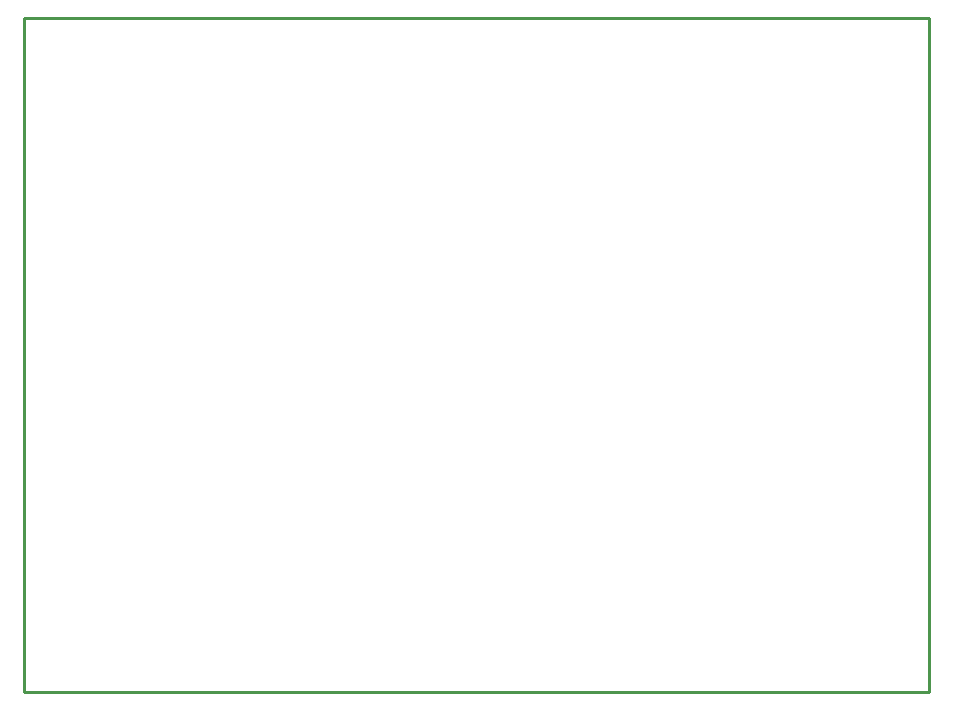
<source format=gko>
G04 Layer: BoardOutline*
G04 EasyEDA v6.4.25, 2021-11-30T23:27:12--6:00*
G04 4631042daed448b99cc0a23d656375e8,06444aca9169495d970130cf6b44ba93,10*
G04 Gerber Generator version 0.2*
G04 Scale: 100 percent, Rotated: No, Reflected: No *
G04 Dimensions in millimeters *
G04 leading zeros omitted , absolute positions ,4 integer and 5 decimal *
%FSLAX45Y45*%
%MOMM*%

%ADD10C,0.2540*%
D10*
X2159000Y9601200D02*
G01*
X9817100Y9599929D01*
X9817100Y3899915D01*
X2159000Y3899915D01*
X2159000Y9599929D01*

%LPD*%
M02*

</source>
